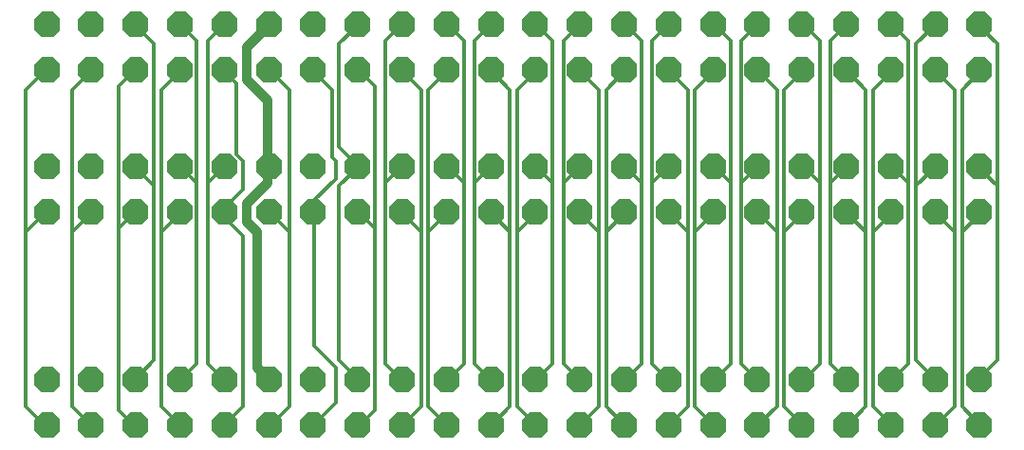
<source format=gtl>
G04 EAGLE Gerber RS-274X export*
G75*
%MOMM*%
%FSLAX34Y34*%
%LPD*%
%INTop Copper*%
%IPPOS*%
%AMOC8*
5,1,8,0,0,1.08239X$1,22.5*%
G01*
%ADD10P,2.474344X8X202.500000*%
%ADD11P,2.474344X8X22.500000*%
%ADD12C,0.304800*%
%ADD13C,0.812800*%


D10*
X568960Y261620D03*
X568960Y220980D03*
X608584Y261620D03*
X648208Y261620D03*
X687832Y261620D03*
X727456Y261620D03*
X767080Y261620D03*
X806704Y261620D03*
X846328Y261620D03*
X885952Y261620D03*
X925576Y261620D03*
X965200Y261620D03*
X608584Y220980D03*
X648208Y220980D03*
X687832Y220980D03*
X727456Y220980D03*
X767080Y220980D03*
X806704Y220980D03*
X846328Y220980D03*
X885952Y220980D03*
X925576Y220980D03*
X965200Y220980D03*
D11*
X529336Y220980D03*
X529336Y261620D03*
X489712Y220980D03*
X450088Y220980D03*
X410464Y220980D03*
X370840Y220980D03*
X331216Y220980D03*
X291592Y220980D03*
X251968Y220980D03*
X212344Y220980D03*
X172720Y220980D03*
X133096Y220980D03*
X489712Y261620D03*
X450088Y261620D03*
X410464Y261620D03*
X370840Y261620D03*
X331216Y261620D03*
X291592Y261620D03*
X251968Y261620D03*
X212344Y261620D03*
X172720Y261620D03*
X133096Y261620D03*
D10*
X568960Y71120D03*
X568960Y30480D03*
X608584Y71120D03*
X648208Y71120D03*
X687832Y71120D03*
X727456Y71120D03*
X767080Y71120D03*
X806704Y71120D03*
X846328Y71120D03*
X885952Y71120D03*
X925576Y71120D03*
X965200Y71120D03*
X608584Y30480D03*
X648208Y30480D03*
X687832Y30480D03*
X727456Y30480D03*
X767080Y30480D03*
X806704Y30480D03*
X846328Y30480D03*
X885952Y30480D03*
X925576Y30480D03*
X965200Y30480D03*
D11*
X529336Y30480D03*
X529336Y71120D03*
X489712Y30480D03*
X450088Y30480D03*
X410464Y30480D03*
X370840Y30480D03*
X331216Y30480D03*
X291592Y30480D03*
X251968Y30480D03*
X212344Y30480D03*
X172720Y30480D03*
X133096Y30480D03*
X489712Y71120D03*
X450088Y71120D03*
X410464Y71120D03*
X370840Y71120D03*
X331216Y71120D03*
X291592Y71120D03*
X251968Y71120D03*
X212344Y71120D03*
X172720Y71120D03*
X133096Y71120D03*
D10*
X568960Y388620D03*
X568960Y347980D03*
X608584Y388620D03*
X648208Y388620D03*
X687832Y388620D03*
X727456Y388620D03*
X767080Y388620D03*
X806704Y388620D03*
X846328Y388620D03*
X885952Y388620D03*
X925576Y388620D03*
X965200Y388620D03*
X608584Y347980D03*
X648208Y347980D03*
X687832Y347980D03*
X727456Y347980D03*
X767080Y347980D03*
X806704Y347980D03*
X846328Y347980D03*
X885952Y347980D03*
X925576Y347980D03*
X965200Y347980D03*
D11*
X529336Y347980D03*
X529336Y388620D03*
X489712Y347980D03*
X450088Y347980D03*
X410464Y347980D03*
X370840Y347980D03*
X331216Y347980D03*
X291592Y347980D03*
X251968Y347980D03*
X212344Y347980D03*
X172720Y347980D03*
X133096Y347980D03*
X489712Y388620D03*
X450088Y388620D03*
X410464Y388620D03*
X370840Y388620D03*
X331216Y388620D03*
X291592Y388620D03*
X251968Y388620D03*
X212344Y388620D03*
X172720Y388620D03*
X133096Y388620D03*
D12*
X927100Y31750D02*
X942975Y47625D01*
X942975Y203200D01*
X927100Y219075D01*
X927100Y31750D02*
X925576Y30480D01*
X927100Y219075D02*
X925576Y220980D01*
X942975Y330200D02*
X927100Y346075D01*
X942975Y330200D02*
X942975Y203200D01*
X927100Y346075D02*
X925576Y347980D01*
X869950Y47625D02*
X885825Y31750D01*
X869950Y47625D02*
X869950Y203200D01*
X885825Y219075D01*
X885825Y31750D02*
X885952Y30480D01*
X885825Y219075D02*
X885952Y220980D01*
X869950Y330200D02*
X885825Y346075D01*
X869950Y330200D02*
X869950Y203200D01*
X885825Y346075D02*
X885952Y347980D01*
X863600Y47625D02*
X847725Y31750D01*
X863600Y47625D02*
X863600Y203200D01*
X847725Y219075D01*
X847725Y31750D02*
X846328Y30480D01*
X847725Y219075D02*
X846328Y220980D01*
X863600Y330200D02*
X847725Y346075D01*
X863600Y330200D02*
X863600Y203200D01*
X847725Y346075D02*
X846328Y347980D01*
X631825Y47625D02*
X647700Y31750D01*
X631825Y47625D02*
X631825Y203200D01*
X647700Y219075D01*
X647700Y31750D02*
X648208Y30480D01*
X647700Y219075D02*
X648208Y220980D01*
X631825Y330200D02*
X647700Y346075D01*
X631825Y330200D02*
X631825Y203200D01*
X647700Y346075D02*
X648208Y347980D01*
X625475Y47625D02*
X609600Y31750D01*
X625475Y47625D02*
X625475Y203200D01*
X609600Y219075D01*
X609600Y31750D02*
X608584Y30480D01*
X609600Y219075D02*
X608584Y220980D01*
X625475Y330200D02*
X609600Y346075D01*
X625475Y330200D02*
X625475Y203200D01*
X609600Y346075D02*
X608584Y347980D01*
X552450Y47625D02*
X568325Y31750D01*
X552450Y47625D02*
X552450Y203200D01*
X568325Y219075D01*
X568325Y31750D02*
X568960Y30480D01*
X568325Y219075D02*
X568960Y220980D01*
X552450Y330200D02*
X568325Y346075D01*
X552450Y330200D02*
X552450Y203200D01*
X568325Y346075D02*
X568960Y347980D01*
X546100Y47625D02*
X530225Y31750D01*
X546100Y47625D02*
X546100Y203200D01*
X530225Y219075D01*
X530225Y31750D02*
X529336Y30480D01*
X530225Y219075D02*
X529336Y220980D01*
X546100Y330200D02*
X530225Y346075D01*
X546100Y330200D02*
X546100Y203200D01*
X530225Y346075D02*
X529336Y347980D01*
X473075Y47625D02*
X488950Y31750D01*
X473075Y47625D02*
X473075Y203200D01*
X488950Y219075D01*
X488950Y31750D02*
X489712Y30480D01*
X488950Y219075D02*
X489712Y220980D01*
X473075Y330200D02*
X488950Y346075D01*
X473075Y330200D02*
X473075Y203200D01*
X488950Y346075D02*
X489712Y347980D01*
X466725Y47625D02*
X450850Y31750D01*
X466725Y47625D02*
X466725Y203200D01*
X450850Y219075D01*
X450850Y31750D02*
X450088Y30480D01*
X450850Y219075D02*
X450088Y220980D01*
X466725Y330200D02*
X450850Y346075D01*
X466725Y330200D02*
X466725Y203200D01*
X450850Y346075D02*
X450088Y347980D01*
X949325Y47625D02*
X965200Y31750D01*
X949325Y47625D02*
X949325Y203200D01*
X965200Y219075D01*
X965200Y31750D02*
X965200Y30480D01*
X965200Y219075D02*
X965200Y220980D01*
X949325Y330200D02*
X965200Y346075D01*
X949325Y330200D02*
X949325Y203200D01*
X965200Y346075D02*
X965200Y347980D01*
X790575Y47625D02*
X806450Y31750D01*
X790575Y47625D02*
X790575Y203200D01*
X806450Y219075D01*
X806450Y31750D02*
X806704Y30480D01*
X806450Y219075D02*
X806704Y220980D01*
X790575Y330200D02*
X806450Y346075D01*
X790575Y330200D02*
X790575Y203200D01*
X806450Y346075D02*
X806704Y347980D01*
X784225Y47625D02*
X767080Y30480D01*
X784225Y47625D02*
X784225Y203200D01*
X768350Y219075D01*
X767080Y220980D01*
X784225Y330200D02*
X768350Y346075D01*
X784225Y330200D02*
X784225Y203200D01*
X768350Y346075D02*
X767080Y347980D01*
X711200Y47625D02*
X727075Y31750D01*
X711200Y47625D02*
X711200Y203200D01*
X727075Y219075D01*
X727075Y31750D02*
X727456Y30480D01*
X727075Y219075D02*
X727456Y220980D01*
X711200Y330200D02*
X727075Y346075D01*
X711200Y330200D02*
X711200Y203200D01*
X727075Y346075D02*
X727456Y347980D01*
X704850Y47625D02*
X688975Y31750D01*
X704850Y47625D02*
X704850Y203200D01*
X688975Y219075D01*
X688975Y31750D02*
X687832Y30480D01*
X688975Y219075D02*
X687832Y220980D01*
X704850Y330200D02*
X688975Y346075D01*
X704850Y330200D02*
X704850Y203200D01*
X688975Y346075D02*
X687832Y347980D01*
X425450Y44450D02*
X412750Y31750D01*
X425450Y44450D02*
X425450Y206375D01*
X412750Y219075D01*
X412750Y31750D02*
X410464Y30480D01*
X412750Y219075D02*
X410464Y220980D01*
X425450Y333375D02*
X412750Y346075D01*
X425450Y333375D02*
X425450Y206375D01*
X412750Y346075D02*
X410464Y347980D01*
X390525Y50800D02*
X371475Y31750D01*
X390525Y50800D02*
X390525Y82550D01*
X371475Y101600D01*
X371475Y219075D01*
X371475Y31750D02*
X370840Y30480D01*
X371475Y219075D02*
X370840Y220980D01*
X387350Y330200D02*
X371475Y346075D01*
X387350Y330200D02*
X387350Y269875D01*
X390525Y266700D01*
X390525Y250825D01*
X371475Y231775D01*
X371475Y222250D01*
X371475Y346075D02*
X370840Y347980D01*
X371475Y222250D02*
X370840Y220980D01*
X730250Y73025D02*
X742950Y85725D01*
X742950Y247650D01*
X730250Y260350D01*
X730250Y73025D02*
X727456Y71120D01*
X730250Y260350D02*
X727456Y261620D01*
X742950Y374650D02*
X730250Y387350D01*
X742950Y374650D02*
X742950Y247650D01*
X730250Y387350D02*
X727456Y388620D01*
X434975Y85725D02*
X447675Y73025D01*
X434975Y85725D02*
X434975Y247650D01*
X447675Y260350D01*
X447675Y73025D02*
X450088Y71120D01*
X447675Y260350D02*
X450088Y261620D01*
X434975Y374650D02*
X447675Y387350D01*
X434975Y374650D02*
X434975Y247650D01*
X447675Y387350D02*
X450088Y388620D01*
X504825Y85725D02*
X492125Y73025D01*
X504825Y85725D02*
X504825Y247650D01*
X492125Y260350D01*
X492125Y73025D02*
X489712Y71120D01*
X492125Y260350D02*
X489712Y261620D01*
X504825Y374650D02*
X492125Y387350D01*
X504825Y374650D02*
X504825Y247650D01*
X492125Y387350D02*
X489712Y388620D01*
X514350Y85725D02*
X527050Y73025D01*
X514350Y85725D02*
X514350Y247650D01*
X527050Y260350D01*
X527050Y73025D02*
X529336Y71120D01*
X527050Y260350D02*
X529336Y261620D01*
X514350Y374650D02*
X527050Y387350D01*
X514350Y374650D02*
X514350Y247650D01*
X527050Y387350D02*
X529336Y388620D01*
X584200Y85725D02*
X571500Y73025D01*
X584200Y85725D02*
X584200Y247650D01*
X571500Y260350D01*
X571500Y73025D02*
X568960Y71120D01*
X571500Y260350D02*
X568960Y261620D01*
X584200Y374650D02*
X571500Y387350D01*
X584200Y374650D02*
X584200Y247650D01*
X571500Y387350D02*
X568960Y388620D01*
X593725Y85725D02*
X606425Y73025D01*
X593725Y85725D02*
X593725Y247650D01*
X606425Y260350D01*
X606425Y73025D02*
X608584Y71120D01*
X606425Y260350D02*
X608584Y261620D01*
X593725Y374650D02*
X606425Y387350D01*
X593725Y374650D02*
X593725Y247650D01*
X606425Y387350D02*
X608584Y388620D01*
X663575Y85725D02*
X650875Y73025D01*
X663575Y85725D02*
X663575Y247650D01*
X650875Y260350D01*
X650875Y73025D02*
X648208Y71120D01*
X650875Y260350D02*
X648208Y261620D01*
X663575Y374650D02*
X650875Y387350D01*
X663575Y374650D02*
X663575Y247650D01*
X650875Y387350D02*
X648208Y388620D01*
X673100Y85725D02*
X685800Y73025D01*
X673100Y85725D02*
X673100Y247650D01*
X685800Y260350D01*
X685800Y73025D02*
X687832Y71120D01*
X685800Y260350D02*
X687832Y261620D01*
X673100Y374650D02*
X685800Y387350D01*
X673100Y374650D02*
X673100Y247650D01*
X685800Y387350D02*
X687832Y388620D01*
X349250Y47625D02*
X333375Y31750D01*
X349250Y47625D02*
X349250Y203200D01*
X333375Y219075D01*
X333375Y31750D02*
X331216Y30480D01*
X333375Y219075D02*
X331216Y220980D01*
X349250Y330200D02*
X333375Y346075D01*
X349250Y330200D02*
X349250Y203200D01*
X333375Y346075D02*
X331216Y347980D01*
X393700Y88900D02*
X409575Y73025D01*
X393700Y88900D02*
X393700Y244475D01*
X409575Y260350D01*
X409575Y73025D02*
X410464Y71120D01*
X409575Y260350D02*
X410464Y261620D01*
X393700Y371475D02*
X409575Y387350D01*
X393700Y371475D02*
X393700Y279400D01*
X409575Y263525D01*
X409575Y387350D02*
X410464Y388620D01*
X409575Y263525D02*
X410464Y261620D01*
X752475Y85725D02*
X767080Y71120D01*
X752475Y85725D02*
X752475Y247650D01*
X765175Y260350D01*
X767080Y261620D01*
X752475Y374650D02*
X765175Y387350D01*
X752475Y374650D02*
X752475Y247650D01*
X765175Y387350D02*
X767080Y388620D01*
X831850Y85725D02*
X844550Y73025D01*
X831850Y85725D02*
X831850Y247650D01*
X844550Y260350D01*
X844550Y73025D02*
X846328Y71120D01*
X844550Y260350D02*
X846328Y261620D01*
X831850Y374650D02*
X844550Y387350D01*
X831850Y374650D02*
X831850Y247650D01*
X844550Y387350D02*
X846328Y388620D01*
X901700Y85725D02*
X889000Y73025D01*
X901700Y85725D02*
X901700Y247650D01*
X889000Y260350D01*
X889000Y73025D02*
X885952Y71120D01*
X889000Y260350D02*
X885952Y261620D01*
X901700Y374650D02*
X889000Y387350D01*
X901700Y374650D02*
X901700Y247650D01*
X889000Y387350D02*
X885952Y388620D01*
X172720Y30480D02*
X155575Y47625D01*
X155575Y203200D01*
X171450Y219075D01*
X172720Y220980D01*
X155575Y330200D02*
X171450Y346075D01*
X155575Y330200D02*
X155575Y203200D01*
X171450Y346075D02*
X172720Y347980D01*
X908050Y88900D02*
X923925Y73025D01*
X908050Y88900D02*
X908050Y244475D01*
X923925Y260350D01*
X923925Y73025D02*
X925576Y71120D01*
X923925Y260350D02*
X925576Y261620D01*
X908050Y371475D02*
X923925Y387350D01*
X908050Y371475D02*
X908050Y244475D01*
X923925Y387350D02*
X925576Y388620D01*
X981075Y88900D02*
X965200Y73025D01*
X981075Y88900D02*
X981075Y244475D01*
X965200Y260350D01*
X965200Y73025D02*
X965200Y71120D01*
X965200Y260350D02*
X965200Y261620D01*
X981075Y371475D02*
X965200Y387350D01*
X981075Y371475D02*
X981075Y244475D01*
X965200Y387350D02*
X965200Y388620D01*
X209550Y31750D02*
X196850Y44450D01*
X196850Y206375D01*
X209550Y219075D01*
X209550Y31750D02*
X212344Y30480D01*
X209550Y219075D02*
X212344Y220980D01*
X196850Y333375D02*
X209550Y346075D01*
X196850Y333375D02*
X196850Y206375D01*
X209550Y346075D02*
X212344Y347980D01*
X809625Y73025D02*
X822325Y85725D01*
X822325Y247650D01*
X809625Y260350D01*
X809625Y73025D02*
X806704Y71120D01*
X809625Y260350D02*
X806704Y261620D01*
X822325Y374650D02*
X809625Y387350D01*
X822325Y374650D02*
X822325Y247650D01*
X809625Y387350D02*
X806704Y388620D01*
X288925Y73025D02*
X276225Y85725D01*
X276225Y247650D01*
X288925Y260350D01*
X288925Y73025D02*
X291592Y71120D01*
X288925Y260350D02*
X291592Y261620D01*
X276225Y374650D02*
X288925Y387350D01*
X276225Y374650D02*
X276225Y247650D01*
X288925Y387350D02*
X291592Y388620D01*
X266700Y85725D02*
X254000Y73025D01*
X266700Y85725D02*
X266700Y247650D01*
X254000Y260350D01*
X254000Y73025D02*
X251968Y71120D01*
X254000Y260350D02*
X251968Y261620D01*
X266700Y374650D02*
X254000Y387350D01*
X266700Y374650D02*
X266700Y247650D01*
X254000Y387350D02*
X251968Y388620D01*
X228600Y88900D02*
X212725Y73025D01*
X228600Y88900D02*
X228600Y244475D01*
X212725Y260350D01*
X212725Y73025D02*
X212344Y71120D01*
X212725Y260350D02*
X212344Y261620D01*
X228600Y371475D02*
X212725Y387350D01*
X228600Y371475D02*
X228600Y244475D01*
X212725Y387350D02*
X212344Y388620D01*
X234950Y47625D02*
X250825Y31750D01*
X234950Y47625D02*
X234950Y203200D01*
X250825Y219075D01*
X250825Y31750D02*
X251968Y30480D01*
X250825Y219075D02*
X251968Y220980D01*
X234950Y330200D02*
X250825Y346075D01*
X234950Y330200D02*
X234950Y203200D01*
X250825Y346075D02*
X251968Y347980D01*
X307975Y47625D02*
X292100Y31750D01*
X307975Y47625D02*
X307975Y200025D01*
X292100Y215900D01*
X292100Y219075D01*
X292100Y31750D02*
X291592Y30480D01*
X292100Y219075D02*
X291592Y220980D01*
X301625Y336550D02*
X292100Y346075D01*
X301625Y336550D02*
X301625Y273050D01*
X307975Y266700D01*
X307975Y241300D01*
X292100Y225425D01*
X292100Y222250D01*
X292100Y346075D02*
X291592Y347980D01*
X292100Y222250D02*
X291592Y220980D01*
X114300Y47625D02*
X130175Y31750D01*
X114300Y47625D02*
X114300Y203200D01*
X130175Y219075D01*
X130175Y31750D02*
X133096Y30480D01*
X130175Y219075D02*
X133096Y220980D01*
X114300Y330200D02*
X130175Y346075D01*
X114300Y330200D02*
X114300Y203200D01*
X130175Y346075D02*
X133096Y347980D01*
D13*
X320675Y82550D02*
X330200Y73025D01*
X320675Y82550D02*
X320675Y203200D01*
X311150Y212725D01*
X311150Y228600D01*
X330200Y247650D01*
X330200Y260350D01*
X330200Y73025D02*
X331216Y71120D01*
X330200Y260350D02*
X331216Y261620D01*
X311150Y368300D02*
X330200Y387350D01*
X311150Y368300D02*
X311150Y339725D01*
X330200Y320675D01*
X330200Y263525D01*
X330200Y387350D02*
X331216Y388620D01*
X330200Y263525D02*
X331216Y261620D01*
M02*

</source>
